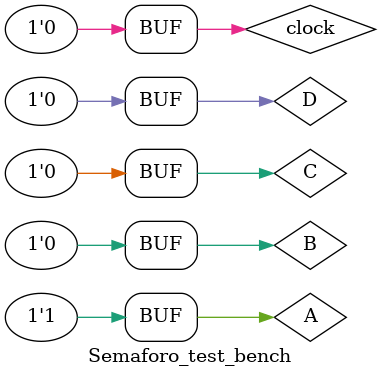
<source format=v>
module Semaforo(A, B, C, D, NS, LO, clock);
input A, B, C, D, clock;
output NS, LO;
reg NS, LO;

always @ (posedge clock) 
	begin
		if ((C && D) || (!A && !B))
			begin
				LO <= 1;
				NS <= 0;
			end
		else
			begin
				LO <= 0;
				NS <= 1;
			end
	end
endmodule



module Semaforo_test_bench();

reg A, B, C, D, clock;
wire NS, LO;

Semaforo semaforo(A, B, C, D, NS, LO, clock);

initial begin

$monitor("value of A=%b, B=%b, C = %b, D = %b, NS = %b, LO = %b, clock = %b", A, B, C, D, NS, LO, clock);

A = 0;
B = 0;
C = 0;
D = 0;
//0000
#50 clock = 1;
#50 clock = 0;

//0100
#50 B = 1;
#50 clock = 1;
#50 clock = 0;

//1100
#50 A = 1;
#50 clock = 1;
#50 clock = 0;


//1101
#50 D = 1;
#50 clock = 1;
#50 clock = 0;


//1111
#50 C = 1;
#50 clock = 1;
#50 clock = 0;


//1011
#50 B = 0;
#50 clock = 1;
#50 clock = 0;

//0011
#50 A = 0;
#50 clock = 1;
#50 clock = 0;

//0010
#50 D = 0;
#50 clock = 1;
#50 clock = 0;

//0110
#50 B = 1;
#50 clock = 1;
#50 clock = 0;

//0111
#50 D = 1;
#50 clock = 1;
#50 clock = 0;

//0101
#50 D = 1;
#50 clock = 1;
#50 clock = 0;

//0001
#50 B = 1;
#50 clock = 1;
#50 clock = 0;

//1001
#50 A = 1;
#50 clock = 1;
#50 clock = 0;

//1100
#50 B = 1; D = 0;
#50 clock = 1;
#50 clock = 0;

//1010
#50 B = 0; C = 1;
#50 clock = 1;
#50 clock = 0;

//1000
#50 C = 0;
#50 clock = 1;
#50 clock = 0;

//1110
#50 B = 0; C = 0;
#50 clock = 1;
#50 clock = 0;

end
endmodule

</source>
